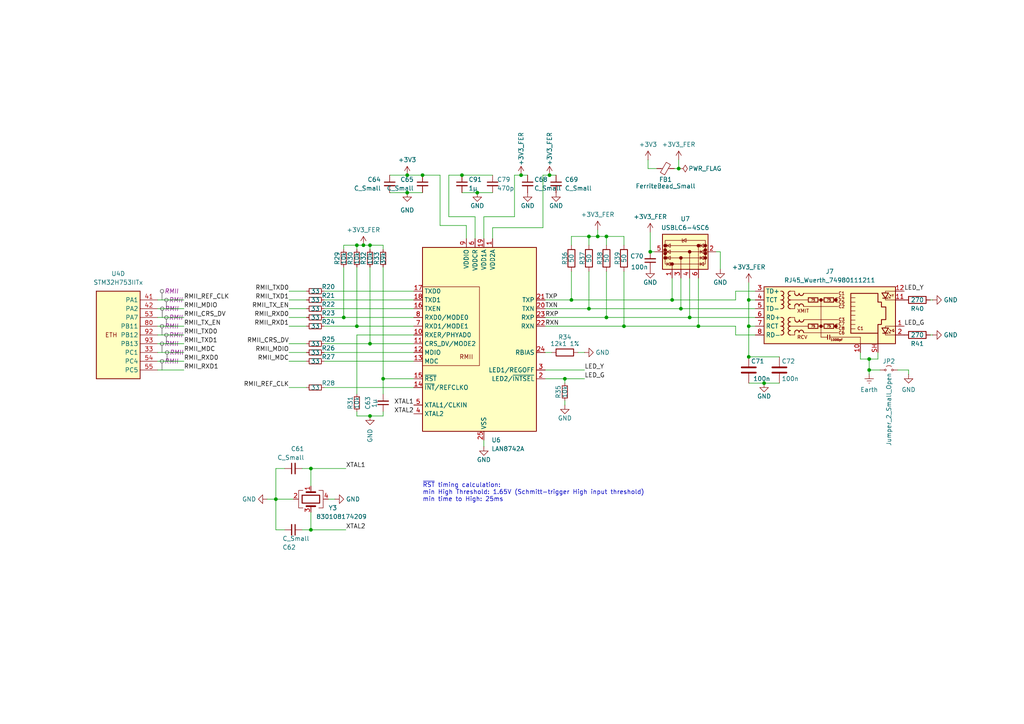
<source format=kicad_sch>
(kicad_sch
	(version 20231120)
	(generator "eeschema")
	(generator_version "8.0")
	(uuid "646f0ec7-69cc-4f42-8786-19ce68dbe63b")
	(paper "A4")
	
	(junction
		(at 196.85 48.895)
		(diameter 0)
		(color 0 0 0 0)
		(uuid "049ee6f0-edd9-4de9-9d41-d67b7d7371c4")
	)
	(junction
		(at 252.095 107.315)
		(diameter 0)
		(color 0 0 0 0)
		(uuid "0a4dc002-a1a1-4420-82d9-0f8650ef61be")
	)
	(junction
		(at 111.125 109.855)
		(diameter 0)
		(color 0 0 0 0)
		(uuid "0aeb24f3-d935-490b-b775-65b25b725630")
	)
	(junction
		(at 194.945 86.995)
		(diameter 0)
		(color 0 0 0 0)
		(uuid "0fb4ec72-262c-40e3-9fd7-114db742f106")
	)
	(junction
		(at 163.83 109.855)
		(diameter 0)
		(color 0 0 0 0)
		(uuid "1b0dfb70-1ae2-419b-8562-dfad3b9b2ec1")
	)
	(junction
		(at 103.505 94.615)
		(diameter 0)
		(color 0 0 0 0)
		(uuid "2035bcc3-7426-4bcb-8edc-fae5b3357d94")
	)
	(junction
		(at 151.13 50.8)
		(diameter 0)
		(color 0 0 0 0)
		(uuid "2647d42f-9872-4cd1-b370-3dd4abad0ecf")
	)
	(junction
		(at 180.975 94.615)
		(diameter 0)
		(color 0 0 0 0)
		(uuid "365a1506-233c-4ff0-95cc-7f7a59db9742")
	)
	(junction
		(at 200.025 92.075)
		(diameter 0)
		(color 0 0 0 0)
		(uuid "39ba61ac-1fc3-4cdb-b801-1efe81804a82")
	)
	(junction
		(at 107.315 120.65)
		(diameter 0)
		(color 0 0 0 0)
		(uuid "3caa55c8-7e53-48bf-9414-1076f45003e0")
	)
	(junction
		(at 105.41 71.12)
		(diameter 0)
		(color 0 0 0 0)
		(uuid "4563f12f-6c71-486f-bec4-dc93e0f0bdd0")
	)
	(junction
		(at 165.735 86.995)
		(diameter 0)
		(color 0 0 0 0)
		(uuid "463d78f6-9a6e-4f37-93c6-b49793c12db1")
	)
	(junction
		(at 118.11 55.88)
		(diameter 0)
		(color 0 0 0 0)
		(uuid "4bf41199-004c-45e6-afd5-495ee1701c9b")
	)
	(junction
		(at 159.385 50.8)
		(diameter 0)
		(color 0 0 0 0)
		(uuid "4d300525-7eec-4176-997d-066554a55c5b")
	)
	(junction
		(at 221.615 111.125)
		(diameter 0)
		(color 0 0 0 0)
		(uuid "5f43df96-af99-4f70-af0c-81c21162083a")
	)
	(junction
		(at 217.17 86.995)
		(diameter 0)
		(color 0 0 0 0)
		(uuid "608c3ba2-14a8-4f9c-8522-bde368058f20")
	)
	(junction
		(at 80.01 144.78)
		(diameter 0)
		(color 0 0 0 0)
		(uuid "787f373f-9e88-4948-aee8-3d2848b59e9a")
	)
	(junction
		(at 175.895 92.075)
		(diameter 0)
		(color 0 0 0 0)
		(uuid "7fe16ac2-7ca3-4751-a581-5dcb8a6c92fd")
	)
	(junction
		(at 217.17 103.505)
		(diameter 0)
		(color 0 0 0 0)
		(uuid "9beb3c46-0a2f-4454-ac89-62302ac3b4b6")
	)
	(junction
		(at 99.695 92.075)
		(diameter 0)
		(color 0 0 0 0)
		(uuid "a19ea777-a0c8-4300-8c9c-2eff811d80a8")
	)
	(junction
		(at 173.355 68.58)
		(diameter 0)
		(color 0 0 0 0)
		(uuid "aae18f9d-4e04-46ce-b266-d0e944fa6fe0")
	)
	(junction
		(at 103.505 71.12)
		(diameter 0)
		(color 0 0 0 0)
		(uuid "abafef1c-2e60-46e4-a8ae-5d7767c8353f")
	)
	(junction
		(at 90.17 135.89)
		(diameter 0)
		(color 0 0 0 0)
		(uuid "aebe97b2-90e8-4de5-ae36-1e13702e691f")
	)
	(junction
		(at 217.17 94.615)
		(diameter 0)
		(color 0 0 0 0)
		(uuid "b9cce664-a30d-45fa-9a00-8b22b82def88")
	)
	(junction
		(at 202.565 94.615)
		(diameter 0)
		(color 0 0 0 0)
		(uuid "bf3fee38-ce73-4e40-99a7-39375a04cd81")
	)
	(junction
		(at 170.815 89.535)
		(diameter 0)
		(color 0 0 0 0)
		(uuid "c3700580-2003-4b1e-b1bb-6f518b3b860f")
	)
	(junction
		(at 107.315 71.12)
		(diameter 0)
		(color 0 0 0 0)
		(uuid "c8b15e7b-5ed9-416a-93dc-b2a461b3b216")
	)
	(junction
		(at 107.315 99.695)
		(diameter 0)
		(color 0 0 0 0)
		(uuid "d39b6d90-3daf-408a-85ef-31f5d5d58189")
	)
	(junction
		(at 170.815 68.58)
		(diameter 0)
		(color 0 0 0 0)
		(uuid "dbd60596-381e-4027-a0e0-5a70fa2bfffb")
	)
	(junction
		(at 118.11 50.8)
		(diameter 0)
		(color 0 0 0 0)
		(uuid "e18b112c-1c1f-4eb5-a9e5-ee22a43b638c")
	)
	(junction
		(at 175.895 68.58)
		(diameter 0)
		(color 0 0 0 0)
		(uuid "e67fad01-e732-47db-8c6b-05e5527967e6")
	)
	(junction
		(at 188.595 73.025)
		(diameter 0)
		(color 0 0 0 0)
		(uuid "f00bcc62-17d4-4f90-8f03-15fd4a6927a5")
	)
	(junction
		(at 197.485 89.535)
		(diameter 0)
		(color 0 0 0 0)
		(uuid "f2e34f27-b83c-4a30-9fb3-fde1faa8bd40")
	)
	(junction
		(at 90.17 153.67)
		(diameter 0)
		(color 0 0 0 0)
		(uuid "f671a679-fe35-4bcb-8fc5-8cfb555ede48")
	)
	(junction
		(at 138.43 55.88)
		(diameter 0)
		(color 0 0 0 0)
		(uuid "f7882165-b142-422f-b8b9-e7dd0618ad3f")
	)
	(junction
		(at 133.985 50.8)
		(diameter 0)
		(color 0 0 0 0)
		(uuid "f8fde5d8-42bd-473d-8f11-6dac1d9074ab")
	)
	(junction
		(at 122.555 50.8)
		(diameter 0)
		(color 0 0 0 0)
		(uuid "fd3d56cb-5792-4948-87e2-9e094dd849b5")
	)
	(junction
		(at 252.095 104.14)
		(diameter 0)
		(color 0 0 0 0)
		(uuid "fe636ced-f702-4712-8005-0b89218216b5")
	)
	(wire
		(pts
			(xy 217.17 111.125) (xy 221.615 111.125)
		)
		(stroke
			(width 0)
			(type default)
		)
		(uuid "00144ff2-1693-4af6-869b-7e0a6c94bd1c")
	)
	(wire
		(pts
			(xy 157.48 50.8) (xy 157.48 66.04)
		)
		(stroke
			(width 0)
			(type default)
		)
		(uuid "01affafa-6033-4662-b39b-b9bf66857308")
	)
	(wire
		(pts
			(xy 80.01 144.78) (xy 77.47 144.78)
		)
		(stroke
			(width 0)
			(type default)
		)
		(uuid "01ba70ec-75c3-48c2-bdc1-3082c9c1ff85")
	)
	(wire
		(pts
			(xy 263.525 108.585) (xy 263.525 107.315)
		)
		(stroke
			(width 0)
			(type default)
		)
		(uuid "06da63f1-7d48-4675-bf23-6154b3e6b7ac")
	)
	(wire
		(pts
			(xy 170.815 68.58) (xy 173.355 68.58)
		)
		(stroke
			(width 0)
			(type default)
		)
		(uuid "08911034-c627-4506-90df-866254fed377")
	)
	(wire
		(pts
			(xy 200.025 92.075) (xy 219.075 92.075)
		)
		(stroke
			(width 0)
			(type default)
		)
		(uuid "09c9e282-deee-40a3-9fa8-291b206bd2f5")
	)
	(wire
		(pts
			(xy 188.595 73.025) (xy 189.865 73.025)
		)
		(stroke
			(width 0)
			(type default)
		)
		(uuid "0af78097-134e-4eab-8e4d-2b17537b0a86")
	)
	(wire
		(pts
			(xy 103.505 71.12) (xy 103.505 72.39)
		)
		(stroke
			(width 0)
			(type default)
		)
		(uuid "0d4f2b73-4153-4178-a506-1e102a676c5a")
	)
	(wire
		(pts
			(xy 173.355 68.58) (xy 175.895 68.58)
		)
		(stroke
			(width 0)
			(type default)
		)
		(uuid "0fccca0a-4dda-4e18-8f4f-5693216504e8")
	)
	(wire
		(pts
			(xy 202.565 80.645) (xy 202.565 94.615)
		)
		(stroke
			(width 0)
			(type default)
		)
		(uuid "118a8e0b-9dfc-4ffd-9d07-d677aabac299")
	)
	(wire
		(pts
			(xy 118.11 50.8) (xy 122.555 50.8)
		)
		(stroke
			(width 0)
			(type default)
		)
		(uuid "142354ed-9bf0-4114-ba7d-84b1d9257e05")
	)
	(wire
		(pts
			(xy 170.815 78.74) (xy 170.815 89.535)
		)
		(stroke
			(width 0)
			(type default)
		)
		(uuid "15301487-0332-4c24-87d6-9ebe513c5aa8")
	)
	(wire
		(pts
			(xy 180.975 78.74) (xy 180.975 94.615)
		)
		(stroke
			(width 0)
			(type default)
		)
		(uuid "16d55de7-d73b-4de9-a28a-2ad1512f7552")
	)
	(wire
		(pts
			(xy 173.355 66.675) (xy 173.355 68.58)
		)
		(stroke
			(width 0)
			(type default)
		)
		(uuid "20e0de63-6e19-4287-9b59-e7006fd03ea4")
	)
	(wire
		(pts
			(xy 165.735 71.12) (xy 165.735 68.58)
		)
		(stroke
			(width 0)
			(type default)
		)
		(uuid "2125a24a-c2df-4b5f-9ce4-1ba7ca1ac7f3")
	)
	(wire
		(pts
			(xy 217.17 94.615) (xy 219.075 94.615)
		)
		(stroke
			(width 0)
			(type default)
		)
		(uuid "220e8c9f-eddd-4d41-b867-0777ab93f49f")
	)
	(wire
		(pts
			(xy 45.72 92.075) (xy 53.34 92.075)
		)
		(stroke
			(width 0)
			(type default)
		)
		(uuid "23d2efb4-7bcc-48a4-909b-bbd3d05a2745")
	)
	(wire
		(pts
			(xy 158.115 94.615) (xy 180.975 94.615)
		)
		(stroke
			(width 0)
			(type default)
		)
		(uuid "2654fbbe-d5a5-49a7-96c1-e5d3d9cbd202")
	)
	(wire
		(pts
			(xy 103.505 97.155) (xy 103.505 114.3)
		)
		(stroke
			(width 0)
			(type default)
		)
		(uuid "26b370ea-f94a-4cc7-8796-34563f511ab4")
	)
	(wire
		(pts
			(xy 122.555 50.8) (xy 127.635 50.8)
		)
		(stroke
			(width 0)
			(type default)
		)
		(uuid "279ee345-a8ac-4a81-89cf-2abbd26670bf")
	)
	(wire
		(pts
			(xy 83.82 92.075) (xy 88.9 92.075)
		)
		(stroke
			(width 0)
			(type default)
		)
		(uuid "28e1c6e0-596e-45fc-a2ae-dfd4218dcc2b")
	)
	(wire
		(pts
			(xy 93.98 89.535) (xy 120.015 89.535)
		)
		(stroke
			(width 0)
			(type default)
		)
		(uuid "2908b5f3-1eb4-488d-b97d-e1d760736771")
	)
	(wire
		(pts
			(xy 127.635 65.405) (xy 135.255 65.405)
		)
		(stroke
			(width 0)
			(type default)
		)
		(uuid "29531760-dd99-46ec-b090-373b73def878")
	)
	(wire
		(pts
			(xy 93.98 92.075) (xy 99.695 92.075)
		)
		(stroke
			(width 0)
			(type default)
		)
		(uuid "2b2480a8-a9e9-4d94-a36d-49898046089b")
	)
	(wire
		(pts
			(xy 45.72 104.775) (xy 53.34 104.775)
		)
		(stroke
			(width 0)
			(type default)
		)
		(uuid "2d1889fb-b78d-46bc-9b9f-a77d13ac50da")
	)
	(wire
		(pts
			(xy 149.225 62.865) (xy 140.335 62.865)
		)
		(stroke
			(width 0)
			(type default)
		)
		(uuid "2da8ee30-603c-4699-bd2a-d6150ecec628")
	)
	(wire
		(pts
			(xy 45.72 102.235) (xy 53.34 102.235)
		)
		(stroke
			(width 0)
			(type default)
		)
		(uuid "2fcd5923-5415-4aa0-b1b2-2572d5169ef0")
	)
	(wire
		(pts
			(xy 213.36 97.155) (xy 213.36 94.615)
		)
		(stroke
			(width 0)
			(type default)
		)
		(uuid "303ec749-b4df-4895-af78-935caf4ffa85")
	)
	(wire
		(pts
			(xy 249.555 102.235) (xy 249.555 104.14)
		)
		(stroke
			(width 0)
			(type default)
		)
		(uuid "339e1b2d-bb9b-420b-8721-d254f6400d5d")
	)
	(wire
		(pts
			(xy 83.82 102.235) (xy 88.9 102.235)
		)
		(stroke
			(width 0)
			(type default)
		)
		(uuid "34208d06-6624-45f4-8759-b98580b4cab6")
	)
	(wire
		(pts
			(xy 93.98 102.235) (xy 120.015 102.235)
		)
		(stroke
			(width 0)
			(type default)
		)
		(uuid "35e81548-5ac8-467a-a178-4c0ac688ccd6")
	)
	(wire
		(pts
			(xy 83.82 94.615) (xy 88.9 94.615)
		)
		(stroke
			(width 0)
			(type default)
		)
		(uuid "3a18ed65-3736-42ee-a19e-d4fe4e0db912")
	)
	(wire
		(pts
			(xy 130.175 50.8) (xy 130.175 62.865)
		)
		(stroke
			(width 0)
			(type default)
		)
		(uuid "429cc455-908c-4731-9f3e-59cdf1306dda")
	)
	(wire
		(pts
			(xy 83.82 89.535) (xy 88.9 89.535)
		)
		(stroke
			(width 0)
			(type default)
		)
		(uuid "436c1e9b-5847-48e1-8461-50d0c76d4f4d")
	)
	(wire
		(pts
			(xy 163.83 109.855) (xy 158.115 109.855)
		)
		(stroke
			(width 0)
			(type default)
		)
		(uuid "43dae1d9-5de7-4a35-8a77-507e554c0068")
	)
	(wire
		(pts
			(xy 187.96 48.895) (xy 190.5 48.895)
		)
		(stroke
			(width 0)
			(type default)
		)
		(uuid "48a5b44a-d3cd-4119-adc8-7a67986557fb")
	)
	(wire
		(pts
			(xy 194.945 86.995) (xy 213.36 86.995)
		)
		(stroke
			(width 0)
			(type default)
		)
		(uuid "49a09884-c4f9-4fb9-af64-7c5e38ae0089")
	)
	(wire
		(pts
			(xy 175.895 92.075) (xy 200.025 92.075)
		)
		(stroke
			(width 0)
			(type default)
		)
		(uuid "4b7f8fc0-827f-4f00-b156-8f616aaebcf6")
	)
	(wire
		(pts
			(xy 107.315 77.47) (xy 107.315 99.695)
		)
		(stroke
			(width 0)
			(type default)
		)
		(uuid "4bc5c759-75f0-40ef-a141-a41cb1f491fc")
	)
	(wire
		(pts
			(xy 175.895 78.74) (xy 175.895 92.075)
		)
		(stroke
			(width 0)
			(type default)
		)
		(uuid "4d5374fe-a43a-4c9b-b414-195fc28fb9b7")
	)
	(wire
		(pts
			(xy 111.125 72.39) (xy 111.125 71.12)
		)
		(stroke
			(width 0)
			(type default)
		)
		(uuid "4dff4e67-cad5-4f92-98a5-4953a8dd4e56")
	)
	(wire
		(pts
			(xy 82.55 153.67) (xy 80.01 153.67)
		)
		(stroke
			(width 0)
			(type default)
		)
		(uuid "4e385c0d-88cc-48c9-a4b5-aefeda986768")
	)
	(wire
		(pts
			(xy 133.985 55.88) (xy 138.43 55.88)
		)
		(stroke
			(width 0)
			(type default)
		)
		(uuid "522a4a19-7f4a-411b-b5a1-ed8003c0efd3")
	)
	(wire
		(pts
			(xy 83.82 86.995) (xy 88.9 86.995)
		)
		(stroke
			(width 0)
			(type default)
		)
		(uuid "52bf19ae-217a-4d6e-9ab1-0d2ab2ccf89a")
	)
	(wire
		(pts
			(xy 270.51 86.995) (xy 269.875 86.995)
		)
		(stroke
			(width 0)
			(type default)
		)
		(uuid "55698565-bacc-4261-aa34-18d5c76ebd76")
	)
	(wire
		(pts
			(xy 197.485 80.645) (xy 197.485 89.535)
		)
		(stroke
			(width 0)
			(type default)
		)
		(uuid "56d8dadf-b674-4028-8f4e-65c3909af058")
	)
	(wire
		(pts
			(xy 83.82 84.455) (xy 88.9 84.455)
		)
		(stroke
			(width 0)
			(type default)
		)
		(uuid "5937e630-c0ef-452a-b08d-abca98131ba2")
	)
	(wire
		(pts
			(xy 45.72 89.535) (xy 53.34 89.535)
		)
		(stroke
			(width 0)
			(type default)
		)
		(uuid "5e24a51b-7d35-445e-a28a-0a7f428dde79")
	)
	(wire
		(pts
			(xy 95.25 144.78) (xy 97.155 144.78)
		)
		(stroke
			(width 0)
			(type default)
		)
		(uuid "61508d60-da4b-43b3-894f-9d6e19fa150a")
	)
	(wire
		(pts
			(xy 103.505 97.155) (xy 120.015 97.155)
		)
		(stroke
			(width 0)
			(type default)
		)
		(uuid "61b320ff-404a-46cc-a700-a316d6f91a6b")
	)
	(wire
		(pts
			(xy 187.96 46.355) (xy 187.96 48.895)
		)
		(stroke
			(width 0)
			(type default)
		)
		(uuid "61d58686-f4f3-4cd0-9e72-c6599e6e60e5")
	)
	(wire
		(pts
			(xy 163.83 109.855) (xy 163.83 111.125)
		)
		(stroke
			(width 0)
			(type default)
		)
		(uuid "674f085f-fb53-4729-8e44-4201119212aa")
	)
	(wire
		(pts
			(xy 165.735 86.995) (xy 194.945 86.995)
		)
		(stroke
			(width 0)
			(type default)
		)
		(uuid "68e7ac38-1da3-479d-a797-f782c6d0134f")
	)
	(wire
		(pts
			(xy 130.175 50.8) (xy 133.985 50.8)
		)
		(stroke
			(width 0)
			(type default)
		)
		(uuid "68f2f386-eb02-421e-a7d1-2f8fbe6da36d")
	)
	(wire
		(pts
			(xy 113.03 50.8) (xy 118.11 50.8)
		)
		(stroke
			(width 0)
			(type default)
		)
		(uuid "68fb5c3d-f8f2-47a7-a0d0-a55e8c94480d")
	)
	(wire
		(pts
			(xy 213.36 84.455) (xy 219.075 84.455)
		)
		(stroke
			(width 0)
			(type default)
		)
		(uuid "6afcbffe-476b-4748-95fe-8ea452c242cd")
	)
	(wire
		(pts
			(xy 45.72 99.695) (xy 53.34 99.695)
		)
		(stroke
			(width 0)
			(type default)
		)
		(uuid "6b66700f-6440-4a98-9ea2-912876cb0c86")
	)
	(wire
		(pts
			(xy 252.095 107.315) (xy 255.27 107.315)
		)
		(stroke
			(width 0)
			(type default)
		)
		(uuid "6c6c5d66-4a78-43a2-ad9f-8471ed731a0b")
	)
	(wire
		(pts
			(xy 180.975 68.58) (xy 180.975 71.12)
		)
		(stroke
			(width 0)
			(type default)
		)
		(uuid "6c972cd1-4da0-4615-aed0-1b0e67e4768a")
	)
	(wire
		(pts
			(xy 219.075 86.995) (xy 217.17 86.995)
		)
		(stroke
			(width 0)
			(type default)
		)
		(uuid "6e785828-3fe3-4bff-b9a6-2ec11b609e3c")
	)
	(wire
		(pts
			(xy 93.98 104.775) (xy 120.015 104.775)
		)
		(stroke
			(width 0)
			(type default)
		)
		(uuid "70012f6e-429d-42e8-b068-535d4aff1b38")
	)
	(wire
		(pts
			(xy 103.505 71.12) (xy 105.41 71.12)
		)
		(stroke
			(width 0)
			(type default)
		)
		(uuid "7129da73-7193-432a-864d-9d42b90060be")
	)
	(wire
		(pts
			(xy 217.17 103.505) (xy 226.06 103.505)
		)
		(stroke
			(width 0)
			(type default)
		)
		(uuid "78aba207-eb8b-48e5-be39-c7b69e8a494c")
	)
	(wire
		(pts
			(xy 270.51 97.155) (xy 269.875 97.155)
		)
		(stroke
			(width 0)
			(type default)
		)
		(uuid "7bcc2f40-53e0-4560-bac4-206255dca4e5")
	)
	(wire
		(pts
			(xy 99.695 92.075) (xy 120.015 92.075)
		)
		(stroke
			(width 0)
			(type default)
		)
		(uuid "7c2481da-70c0-4909-862e-16149359c609")
	)
	(wire
		(pts
			(xy 133.985 50.8) (xy 142.875 50.8)
		)
		(stroke
			(width 0)
			(type default)
		)
		(uuid "7c97ce75-94c9-4b10-8262-850d8bbb3df6")
	)
	(wire
		(pts
			(xy 90.17 135.89) (xy 90.17 140.97)
		)
		(stroke
			(width 0)
			(type default)
		)
		(uuid "7ea64745-433b-4445-8340-fe5232f8e914")
	)
	(wire
		(pts
			(xy 93.98 112.395) (xy 120.015 112.395)
		)
		(stroke
			(width 0)
			(type default)
		)
		(uuid "7fbc9325-e968-4f74-9b93-5bd8d08d7e5f")
	)
	(wire
		(pts
			(xy 93.98 84.455) (xy 120.015 84.455)
		)
		(stroke
			(width 0)
			(type default)
		)
		(uuid "80a4a5ca-feda-453f-b37e-273cf993fdbe")
	)
	(wire
		(pts
			(xy 169.545 107.315) (xy 158.115 107.315)
		)
		(stroke
			(width 0)
			(type default)
		)
		(uuid "812ff3f7-f076-40b5-8856-3a597416b7eb")
	)
	(wire
		(pts
			(xy 170.815 89.535) (xy 197.485 89.535)
		)
		(stroke
			(width 0)
			(type default)
		)
		(uuid "82092a5a-e0f7-4f4e-9049-9e99b980a1b6")
	)
	(wire
		(pts
			(xy 208.915 78.105) (xy 208.915 73.025)
		)
		(stroke
			(width 0)
			(type default)
		)
		(uuid "83ea4a83-a30c-48bd-9175-53b0aa084a6a")
	)
	(wire
		(pts
			(xy 99.695 77.47) (xy 99.695 92.075)
		)
		(stroke
			(width 0)
			(type default)
		)
		(uuid "871fb53c-fd13-4b02-abc0-fe5e27b7b0a5")
	)
	(wire
		(pts
			(xy 158.115 89.535) (xy 170.815 89.535)
		)
		(stroke
			(width 0)
			(type default)
		)
		(uuid "8a403cb8-dfd3-4ae5-be0f-3761e62ab178")
	)
	(wire
		(pts
			(xy 83.82 99.695) (xy 88.9 99.695)
		)
		(stroke
			(width 0)
			(type default)
		)
		(uuid "8a5a1edd-b612-4278-ace6-d9a58e952d76")
	)
	(wire
		(pts
			(xy 103.505 94.615) (xy 120.015 94.615)
		)
		(stroke
			(width 0)
			(type default)
		)
		(uuid "8bc3e9a0-e3c7-4ab7-81fe-5f240abc8e28")
	)
	(wire
		(pts
			(xy 208.915 73.025) (xy 207.645 73.025)
		)
		(stroke
			(width 0)
			(type default)
		)
		(uuid "8c28dfd6-f055-4f0f-bfd7-60187e203c7b")
	)
	(wire
		(pts
			(xy 169.545 109.855) (xy 163.83 109.855)
		)
		(stroke
			(width 0)
			(type default)
		)
		(uuid "8ded6cc0-737a-4c89-89a1-f1139eb4cc8e")
	)
	(wire
		(pts
			(xy 83.82 104.775) (xy 88.9 104.775)
		)
		(stroke
			(width 0)
			(type default)
		)
		(uuid "8e0b8178-31de-48d9-b9c1-9458379f8036")
	)
	(wire
		(pts
			(xy 165.735 78.74) (xy 165.735 86.995)
		)
		(stroke
			(width 0)
			(type default)
		)
		(uuid "91da2b26-22a0-4542-b2ee-931d057c3727")
	)
	(wire
		(pts
			(xy 90.17 153.67) (xy 87.63 153.67)
		)
		(stroke
			(width 0)
			(type default)
		)
		(uuid "92bf7c38-400d-49d1-ad9d-4d9a6ce02c7c")
	)
	(wire
		(pts
			(xy 217.17 81.915) (xy 217.17 86.995)
		)
		(stroke
			(width 0)
			(type default)
		)
		(uuid "94478a99-c3c4-4e4c-a495-d24168655c5f")
	)
	(wire
		(pts
			(xy 127.635 50.8) (xy 127.635 65.405)
		)
		(stroke
			(width 0)
			(type default)
		)
		(uuid "94a1c5ba-7c20-4a13-9b87-f0fa0e9f28df")
	)
	(wire
		(pts
			(xy 254.635 102.235) (xy 254.635 104.14)
		)
		(stroke
			(width 0)
			(type default)
		)
		(uuid "952da97a-927e-4ca1-baaf-7ff4a88abfb2")
	)
	(wire
		(pts
			(xy 252.095 104.14) (xy 254.635 104.14)
		)
		(stroke
			(width 0)
			(type default)
		)
		(uuid "97f110a7-551f-4025-aabc-dea7c2b7dcd7")
	)
	(wire
		(pts
			(xy 249.555 104.14) (xy 252.095 104.14)
		)
		(stroke
			(width 0)
			(type default)
		)
		(uuid "984cd56c-c49f-48f8-aa4b-f552714fdc23")
	)
	(wire
		(pts
			(xy 45.72 107.315) (xy 53.34 107.315)
		)
		(stroke
			(width 0)
			(type default)
		)
		(uuid "9885e643-76f4-43fa-bcbf-55ff7c90248a")
	)
	(wire
		(pts
			(xy 80.01 135.89) (xy 82.55 135.89)
		)
		(stroke
			(width 0)
			(type default)
		)
		(uuid "9b556e72-6b69-440e-8dd6-395eced69758")
	)
	(wire
		(pts
			(xy 260.35 107.315) (xy 263.525 107.315)
		)
		(stroke
			(width 0)
			(type default)
		)
		(uuid "9cf1c10b-b647-46e8-a76f-84bc75175116")
	)
	(wire
		(pts
			(xy 83.82 112.395) (xy 88.9 112.395)
		)
		(stroke
			(width 0)
			(type default)
		)
		(uuid "9d47613c-b2e9-47d4-b847-783c0eecfe36")
	)
	(wire
		(pts
			(xy 80.01 144.78) (xy 85.09 144.78)
		)
		(stroke
			(width 0)
			(type default)
		)
		(uuid "9e328c0b-b8d0-44c3-9502-a376eb60c70f")
	)
	(wire
		(pts
			(xy 195.58 48.895) (xy 196.85 48.895)
		)
		(stroke
			(width 0)
			(type default)
		)
		(uuid "9f77652f-e7f9-4d2e-9fd8-b7fed4b023d7")
	)
	(wire
		(pts
			(xy 45.72 97.155) (xy 53.34 97.155)
		)
		(stroke
			(width 0)
			(type default)
		)
		(uuid "a15bffc4-03ec-4494-b211-30b28e55de7c")
	)
	(wire
		(pts
			(xy 159.385 50.8) (xy 161.29 50.8)
		)
		(stroke
			(width 0)
			(type default)
		)
		(uuid "a1b019fd-8deb-484b-9046-8f51a332eb08")
	)
	(wire
		(pts
			(xy 107.315 120.65) (xy 111.125 120.65)
		)
		(stroke
			(width 0)
			(type default)
		)
		(uuid "a217d090-1d38-4eee-829a-2cd8d5b17e1d")
	)
	(wire
		(pts
			(xy 100.33 135.89) (xy 90.17 135.89)
		)
		(stroke
			(width 0)
			(type default)
		)
		(uuid "a3ac8f3e-6ccb-4afa-b5be-fc8a54d1b5c3")
	)
	(wire
		(pts
			(xy 157.48 50.8) (xy 159.385 50.8)
		)
		(stroke
			(width 0)
			(type default)
		)
		(uuid "a6e42b82-5250-4794-aa1b-6a9d3cc2a740")
	)
	(wire
		(pts
			(xy 93.98 86.995) (xy 120.015 86.995)
		)
		(stroke
			(width 0)
			(type default)
		)
		(uuid "a7868e83-bfe3-479d-bf66-bb3b1a2e03db")
	)
	(wire
		(pts
			(xy 153.035 50.8) (xy 151.13 50.8)
		)
		(stroke
			(width 0)
			(type default)
		)
		(uuid "a78d45b3-6f4b-40c8-b675-b373cdf2db95")
	)
	(wire
		(pts
			(xy 80.01 144.78) (xy 80.01 135.89)
		)
		(stroke
			(width 0)
			(type default)
		)
		(uuid "a80f71b5-806b-448e-8d71-c0fa43b87a80")
	)
	(wire
		(pts
			(xy 157.48 66.04) (xy 142.875 66.04)
		)
		(stroke
			(width 0)
			(type default)
		)
		(uuid "aca29c85-595d-4868-bff2-7837dc83bbb1")
	)
	(wire
		(pts
			(xy 175.895 68.58) (xy 175.895 71.12)
		)
		(stroke
			(width 0)
			(type default)
		)
		(uuid "acfd7b76-16dc-49f2-a48a-5c7cd1ce04e7")
	)
	(wire
		(pts
			(xy 194.945 80.645) (xy 194.945 86.995)
		)
		(stroke
			(width 0)
			(type default)
		)
		(uuid "ad60bc0e-9462-4d07-811d-ade200ec1991")
	)
	(wire
		(pts
			(xy 45.72 86.995) (xy 53.34 86.995)
		)
		(stroke
			(width 0)
			(type default)
		)
		(uuid "ad8abd60-dcfd-4719-84a8-2aa3bb4d78e2")
	)
	(wire
		(pts
			(xy 100.33 153.67) (xy 90.17 153.67)
		)
		(stroke
			(width 0)
			(type default)
		)
		(uuid "adc8bd2c-37d6-4047-8788-f3094fbc5d11")
	)
	(wire
		(pts
			(xy 103.505 77.47) (xy 103.505 94.615)
		)
		(stroke
			(width 0)
			(type default)
		)
		(uuid "b147d74c-0249-49e5-ba86-6d63126ec931")
	)
	(wire
		(pts
			(xy 140.335 127.635) (xy 140.335 129.54)
		)
		(stroke
			(width 0)
			(type default)
		)
		(uuid "b15c7db4-bbd8-467f-ada9-e6ccec227f53")
	)
	(wire
		(pts
			(xy 217.17 94.615) (xy 217.17 103.505)
		)
		(stroke
			(width 0)
			(type default)
		)
		(uuid "b3b6295f-3bd7-4cb7-8d2f-5eb061c3ec6f")
	)
	(wire
		(pts
			(xy 196.85 46.355) (xy 196.85 48.895)
		)
		(stroke
			(width 0)
			(type default)
		)
		(uuid "b3eb0eee-b544-43cc-ac14-ef786a2e8e70")
	)
	(wire
		(pts
			(xy 45.72 94.615) (xy 53.34 94.615)
		)
		(stroke
			(width 0)
			(type default)
		)
		(uuid "b659373f-abac-4095-91b7-3cd134be45d6")
	)
	(wire
		(pts
			(xy 103.505 120.65) (xy 107.315 120.65)
		)
		(stroke
			(width 0)
			(type default)
		)
		(uuid "b73903b7-494b-4637-8729-42a2bd00ff34")
	)
	(wire
		(pts
			(xy 135.255 65.405) (xy 135.255 69.215)
		)
		(stroke
			(width 0)
			(type default)
		)
		(uuid "b9e03fb6-2f0c-4279-b9d4-c71f9ecc5acc")
	)
	(wire
		(pts
			(xy 200.025 80.645) (xy 200.025 92.075)
		)
		(stroke
			(width 0)
			(type default)
		)
		(uuid "ba6b1bb9-961d-4b7c-b9d8-fac7fc52d59c")
	)
	(wire
		(pts
			(xy 221.615 111.125) (xy 226.06 111.125)
		)
		(stroke
			(width 0)
			(type default)
		)
		(uuid "bbbb2aa4-d452-4a66-bb98-5d058a59c6cb")
	)
	(wire
		(pts
			(xy 111.125 120.65) (xy 111.125 119.38)
		)
		(stroke
			(width 0)
			(type default)
		)
		(uuid "bc65dd97-6b27-46a0-a9b7-12090675e50e")
	)
	(wire
		(pts
			(xy 197.485 89.535) (xy 219.075 89.535)
		)
		(stroke
			(width 0)
			(type default)
		)
		(uuid "bd0553eb-77a6-4647-a4c3-297b942873da")
	)
	(wire
		(pts
			(xy 99.695 71.12) (xy 103.505 71.12)
		)
		(stroke
			(width 0)
			(type default)
		)
		(uuid "be79e75b-7ed4-4d49-a22c-57af6699a84b")
	)
	(wire
		(pts
			(xy 158.115 92.075) (xy 175.895 92.075)
		)
		(stroke
			(width 0)
			(type default)
		)
		(uuid "bea9ac0c-383b-43e8-bd7a-ed1b0184cb56")
	)
	(wire
		(pts
			(xy 163.83 116.205) (xy 163.83 117.475)
		)
		(stroke
			(width 0)
			(type default)
		)
		(uuid "bf9515c4-18eb-4e02-b1ea-e1efa3d812c6")
	)
	(wire
		(pts
			(xy 252.095 104.14) (xy 252.095 107.315)
		)
		(stroke
			(width 0)
			(type default)
		)
		(uuid "c00f1a19-9a24-4f94-a353-f0a3934af9f0")
	)
	(wire
		(pts
			(xy 160.02 102.235) (xy 158.115 102.235)
		)
		(stroke
			(width 0)
			(type default)
		)
		(uuid "c2a5f62a-48ec-4025-9c16-f41f634127df")
	)
	(wire
		(pts
			(xy 93.98 94.615) (xy 103.505 94.615)
		)
		(stroke
			(width 0)
			(type default)
		)
		(uuid "c4f9098d-65a2-45fb-a988-1643465e1e0a")
	)
	(wire
		(pts
			(xy 107.315 99.695) (xy 120.015 99.695)
		)
		(stroke
			(width 0)
			(type default)
		)
		(uuid "c50b4b23-93b6-4403-895a-1d659fd37072")
	)
	(wire
		(pts
			(xy 151.13 50.8) (xy 149.225 50.8)
		)
		(stroke
			(width 0)
			(type default)
		)
		(uuid "c53fef38-6ac5-421b-a1b6-5eebd9c4aea7")
	)
	(wire
		(pts
			(xy 99.695 72.39) (xy 99.695 71.12)
		)
		(stroke
			(width 0)
			(type default)
		)
		(uuid "c9abb0ee-9525-464f-8566-fa1f334bf4be")
	)
	(wire
		(pts
			(xy 165.735 86.995) (xy 158.115 86.995)
		)
		(stroke
			(width 0)
			(type default)
		)
		(uuid "cc6e4fa6-f53d-490b-8743-526a9100e71d")
	)
	(wire
		(pts
			(xy 188.595 67.31) (xy 188.595 73.025)
		)
		(stroke
			(width 0)
			(type default)
		)
		(uuid "cd10e510-1d6c-49af-97e6-ac8446a06643")
	)
	(wire
		(pts
			(xy 111.125 109.855) (xy 111.125 114.3)
		)
		(stroke
			(width 0)
			(type default)
		)
		(uuid "cd86c8f3-b5bc-42ac-9da9-c963d31692ac")
	)
	(wire
		(pts
			(xy 213.36 97.155) (xy 219.075 97.155)
		)
		(stroke
			(width 0)
			(type default)
		)
		(uuid "cdf3343a-e54a-48d4-a6b3-953fb3fa9220")
	)
	(wire
		(pts
			(xy 252.095 107.315) (xy 252.095 108.585)
		)
		(stroke
			(width 0)
			(type default)
		)
		(uuid "d0c6e02d-e1dd-4228-9250-0c868f09525e")
	)
	(wire
		(pts
			(xy 165.735 68.58) (xy 170.815 68.58)
		)
		(stroke
			(width 0)
			(type default)
		)
		(uuid "d1826d52-0eba-4306-9409-8f71d86591ce")
	)
	(wire
		(pts
			(xy 111.125 77.47) (xy 111.125 109.855)
		)
		(stroke
			(width 0)
			(type default)
		)
		(uuid "d2644571-80d5-4129-81fa-97523e1d52af")
	)
	(wire
		(pts
			(xy 103.505 119.38) (xy 103.505 120.65)
		)
		(stroke
			(width 0)
			(type default)
		)
		(uuid "d32a798a-2e1b-4535-8805-d7e5ea0eaae2")
	)
	(wire
		(pts
			(xy 137.795 62.865) (xy 137.795 69.215)
		)
		(stroke
			(width 0)
			(type default)
		)
		(uuid "d7719353-f0ae-4b86-8de9-287fbe617e2c")
	)
	(wire
		(pts
			(xy 80.01 153.67) (xy 80.01 144.78)
		)
		(stroke
			(width 0)
			(type default)
		)
		(uuid "d99d427d-7613-4dc3-975f-e7800535aed9")
	)
	(wire
		(pts
			(xy 111.125 109.855) (xy 120.015 109.855)
		)
		(stroke
			(width 0)
			(type default)
		)
		(uuid "dacf0e3f-18ef-4c5e-8bbc-d74e44e547ea")
	)
	(wire
		(pts
			(xy 130.175 62.865) (xy 137.795 62.865)
		)
		(stroke
			(width 0)
			(type default)
		)
		(uuid "db4fcfd2-aede-4844-ac04-0715279789dd")
	)
	(wire
		(pts
			(xy 217.17 86.995) (xy 217.17 94.615)
		)
		(stroke
			(width 0)
			(type default)
		)
		(uuid "dd18eb2c-730b-4e31-ae7a-f77b42140eed")
	)
	(wire
		(pts
			(xy 180.975 94.615) (xy 202.565 94.615)
		)
		(stroke
			(width 0)
			(type default)
		)
		(uuid "e155ea79-d884-4589-86ae-8bf43c64a009")
	)
	(wire
		(pts
			(xy 170.815 68.58) (xy 170.815 71.12)
		)
		(stroke
			(width 0)
			(type default)
		)
		(uuid "e50b5493-8d01-4a3e-887c-511eeba7286c")
	)
	(wire
		(pts
			(xy 107.315 71.12) (xy 107.315 72.39)
		)
		(stroke
			(width 0)
			(type default)
		)
		(uuid "e5eb505e-e779-4399-a8f9-e3921bbc7710")
	)
	(wire
		(pts
			(xy 118.11 55.88) (xy 122.555 55.88)
		)
		(stroke
			(width 0)
			(type default)
		)
		(uuid "e6305fd3-d2f8-4b1d-be6d-565464e30f52")
	)
	(wire
		(pts
			(xy 149.225 50.8) (xy 149.225 62.865)
		)
		(stroke
			(width 0)
			(type default)
		)
		(uuid "e7abd211-a126-4e86-8ac4-cd6f7b1d8db2")
	)
	(wire
		(pts
			(xy 175.895 68.58) (xy 180.975 68.58)
		)
		(stroke
			(width 0)
			(type default)
		)
		(uuid "e9739e40-1808-4fcf-b512-cf42ab4a7959")
	)
	(wire
		(pts
			(xy 87.63 135.89) (xy 90.17 135.89)
		)
		(stroke
			(width 0)
			(type default)
		)
		(uuid "ec87a965-a33e-4bb4-8d61-2d5e11d06920")
	)
	(wire
		(pts
			(xy 169.545 102.235) (xy 167.64 102.235)
		)
		(stroke
			(width 0)
			(type default)
		)
		(uuid "ee017901-6604-4033-9edb-84ee8341180e")
	)
	(wire
		(pts
			(xy 105.41 71.12) (xy 107.315 71.12)
		)
		(stroke
			(width 0)
			(type default)
		)
		(uuid "eecbef23-46b2-4aa9-8bef-65f283b4ddb7")
	)
	(wire
		(pts
			(xy 142.875 66.04) (xy 142.875 69.215)
		)
		(stroke
			(width 0)
			(type default)
		)
		(uuid "ef6e78f6-c7ec-4702-9f2f-afc339511181")
	)
	(wire
		(pts
			(xy 213.36 84.455) (xy 213.36 86.995)
		)
		(stroke
			(width 0)
			(type default)
		)
		(uuid "f046ebd9-0e75-4b81-b0e1-a29ab86d327a")
	)
	(wire
		(pts
			(xy 90.17 148.59) (xy 90.17 153.67)
		)
		(stroke
			(width 0)
			(type default)
		)
		(uuid "f0ad7163-6cf0-4dc0-8878-cd318ce0e966")
	)
	(wire
		(pts
			(xy 93.98 99.695) (xy 107.315 99.695)
		)
		(stroke
			(width 0)
			(type default)
		)
		(uuid "f356096d-2687-4997-8b33-afe93c339623")
	)
	(wire
		(pts
			(xy 113.03 55.88) (xy 118.11 55.88)
		)
		(stroke
			(width 0)
			(type default)
		)
		(uuid "f4147115-69b5-4690-b520-4dc0896d7067")
	)
	(wire
		(pts
			(xy 111.125 71.12) (xy 107.315 71.12)
		)
		(stroke
			(width 0)
			(type default)
		)
		(uuid "f720fd59-61a1-409a-95ec-f86ffbe4a665")
	)
	(wire
		(pts
			(xy 202.565 94.615) (xy 213.36 94.615)
		)
		(stroke
			(width 0)
			(type default)
		)
		(uuid "faa65a5e-8d4b-4674-b116-691621917f37")
	)
	(wire
		(pts
			(xy 138.43 55.88) (xy 142.875 55.88)
		)
		(stroke
			(width 0)
			(type default)
		)
		(uuid "fd0b2736-439e-4d04-8d91-08fda19dd721")
	)
	(wire
		(pts
			(xy 140.335 62.865) (xy 140.335 69.215)
		)
		(stroke
			(width 0)
			(type default)
		)
		(uuid "fd9413b9-7e53-4c78-b960-1364993f86fe")
	)
	(text "~{RST} timing calculation:\nmin High Threshold: 1.65V (Schmitt-trigger High input threshold)\nmin time to High: 25ms"
		(exclude_from_sim no)
		(at 122.555 142.875 0)
		(effects
			(font
				(size 1.27 1.27)
			)
			(justify left)
		)
		(uuid "647e5c24-9002-4bcb-9253-b89a1429e58f")
	)
	(label "RMII_REF_CLK"
		(at 83.82 112.395 180)
		(effects
			(font
				(size 1.27 1.27)
			)
			(justify right bottom)
		)
		(uuid "26607b01-67c9-4133-821a-3356345fb417")
	)
	(label "RMII_TX_EN"
		(at 83.82 89.535 180)
		(effects
			(font
				(size 1.27 1.27)
			)
			(justify right bottom)
		)
		(uuid "29c18692-8289-4c7f-8256-bce50a093eab")
	)
	(label "RXN"
		(at 158.115 94.615 0)
		(effects
			(font
				(size 1.27 1.27)
			)
			
... [101151 chars truncated]
</source>
